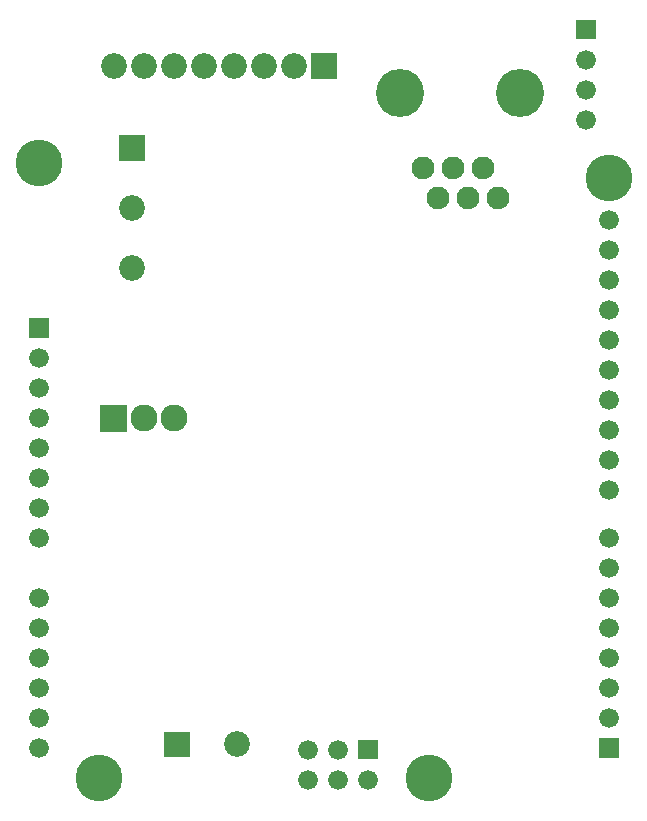
<source format=gbr>
G04 start of page 7 for group -4062 idx -4062 *
G04 Title: (unknown), soldermask *
G04 Creator: pcb 20140316 *
G04 CreationDate: Mon 18 May 2015 09:44:02 PM GMT UTC *
G04 For: ndholmes *
G04 Format: Gerber/RS-274X *
G04 PCB-Dimensions (mil): 2110.00 2710.00 *
G04 PCB-Coordinate-Origin: lower left *
%MOIN*%
%FSLAX25Y25*%
%LNBOTTOMMASK*%
%ADD82C,0.1600*%
%ADD81C,0.0760*%
%ADD80C,0.0860*%
%ADD79C,0.0900*%
%ADD78C,0.1560*%
%ADD77C,0.0001*%
%ADD76C,0.0660*%
G54D76*X10500Y130500D03*
Y120500D03*
Y110500D03*
Y100500D03*
G54D77*G36*
X7200Y163800D02*Y157200D01*
X13800D01*
Y163800D01*
X7200D01*
G37*
G54D76*X10500Y150500D03*
Y140500D03*
G54D78*Y215500D03*
G54D79*X55400Y130400D03*
X45400D03*
G54D77*G36*
X30900Y134900D02*Y125900D01*
X39900D01*
Y134900D01*
X30900D01*
G37*
G54D80*X41500Y200500D03*
Y180500D03*
G54D76*X200500Y176500D03*
Y186500D03*
Y196500D03*
G54D77*G36*
X101200Y252100D02*Y243500D01*
X109800D01*
Y252100D01*
X101200D01*
G37*
G54D80*X95500Y247800D03*
X85500D03*
X75500D03*
X65500D03*
X55500D03*
X45500D03*
X35500D03*
G54D77*G36*
X37200Y224800D02*Y216200D01*
X45800D01*
Y224800D01*
X37200D01*
G37*
G54D81*X163400Y204000D03*
X158400Y214000D03*
X153400Y204000D03*
X148400Y214000D03*
X143400Y204000D03*
X138400Y214000D03*
G54D82*X170900Y239000D03*
X130900D03*
G54D78*X200500Y210500D03*
G54D77*G36*
X189700Y263300D02*Y256700D01*
X196300D01*
Y263300D01*
X189700D01*
G37*
G54D76*X193000Y250000D03*
Y240000D03*
Y230000D03*
G54D77*G36*
X197200Y23800D02*Y17200D01*
X203800D01*
Y23800D01*
X197200D01*
G37*
G54D76*X200500Y30500D03*
Y40500D03*
Y50500D03*
Y60500D03*
Y70500D03*
G54D78*X140500Y10500D03*
G54D76*X120300Y10000D03*
X110300D03*
X100300D03*
G54D77*G36*
X117000Y23300D02*Y16700D01*
X123600D01*
Y23300D01*
X117000D01*
G37*
G54D76*X110300Y20000D03*
X100300D03*
G54D77*G36*
X52300Y26000D02*Y17400D01*
X60900D01*
Y26000D01*
X52300D01*
G37*
G54D80*X76600Y21700D03*
G54D76*X200500Y80500D03*
Y90500D03*
Y106500D03*
Y116500D03*
Y126500D03*
Y136500D03*
Y146500D03*
Y156500D03*
Y166500D03*
X10500Y90500D03*
Y70500D03*
Y60500D03*
Y50500D03*
Y40500D03*
Y30500D03*
Y20500D03*
G54D78*X30500Y10500D03*
M02*

</source>
